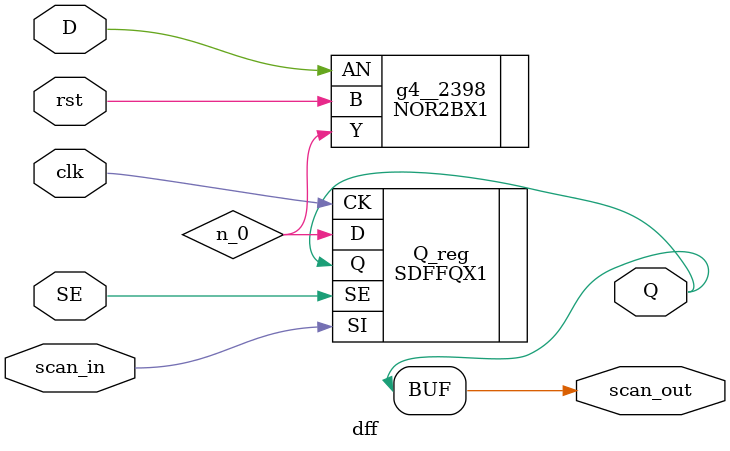
<source format=v>


// Verification Directory fv/dff 

module dff(D, clk, rst, Q, SE, scan_in, scan_out);
  input D, clk, rst, SE, scan_in;
  output Q, scan_out;
  wire D, clk, rst, SE, scan_in;
  wire Q, scan_out;
  wire n_0;
  assign scan_out = Q;
  SDFFQX1 Q_reg(.CK (clk), .D (n_0), .SI (scan_in), .SE (SE), .Q (Q));
  NOR2BX1 g4__2398(.AN (D), .B (rst), .Y (n_0));
endmodule


</source>
